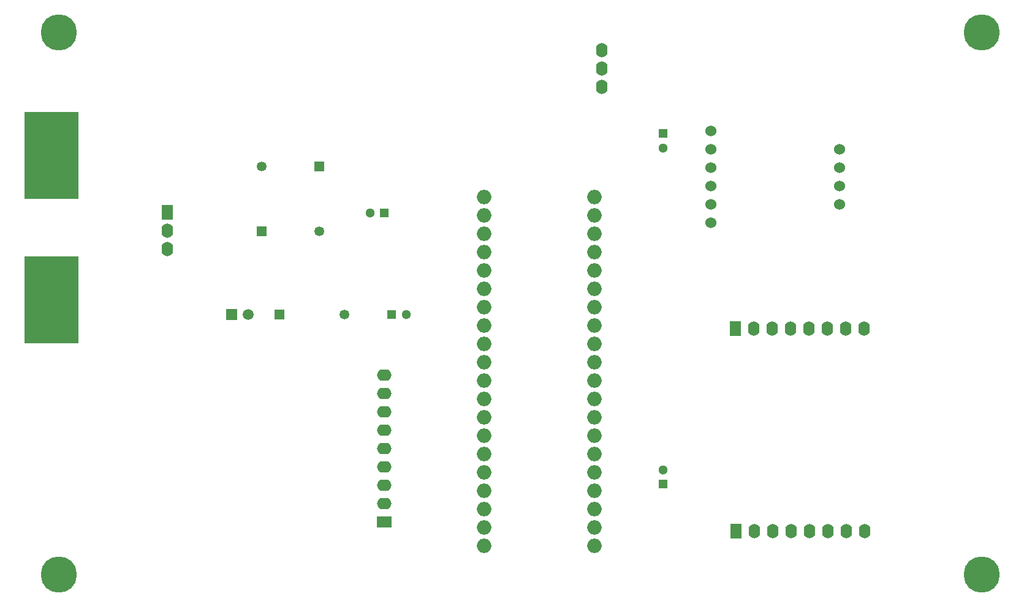
<source format=gbr>
G04*
G04 #@! TF.GenerationSoftware,Altium Limited,Altium Designer,24.1.2 (44)*
G04*
G04 Layer_Physical_Order=2*
G04 Layer_Color=16711680*
%FSLAX44Y44*%
%MOMM*%
G71*
G04*
G04 #@! TF.SameCoordinates,0D7877E6-725A-4D16-A8B8-B6347F423BC3*
G04*
G04*
G04 #@! TF.FilePolarity,Positive*
G04*
G01*
G75*
%ADD33O,2.0000X1.6000*%
%ADD34R,2.0000X1.6000*%
%ADD35C,5.0000*%
%ADD36O,2.0000X2.0000*%
%ADD37R,7.5000X12.0000*%
%ADD38R,1.6000X2.0000*%
%ADD39O,1.6000X2.0000*%
%ADD40C,1.5240*%
%ADD41C,1.3000*%
%ADD42R,1.3000X1.3000*%
%ADD43R,1.5000X1.5000*%
%ADD44C,1.5000*%
%ADD45R,1.3000X1.3000*%
%ADD46C,1.3500*%
%ADD47R,1.3500X1.3500*%
%ADD48R,1.3500X1.3500*%
D33*
X500000Y148400D02*
D03*
Y173800D02*
D03*
Y199200D02*
D03*
Y224600D02*
D03*
Y250000D02*
D03*
Y275400D02*
D03*
Y300800D02*
D03*
Y326200D02*
D03*
D34*
Y123000D02*
D03*
D35*
X1325000Y800000D02*
D03*
X50000Y800000D02*
D03*
X50000Y50000D02*
D03*
X1325000D02*
D03*
D36*
X790000Y496200D02*
D03*
Y521600D02*
D03*
Y572400D02*
D03*
Y470800D02*
D03*
Y547000D02*
D03*
Y445400D02*
D03*
X637854Y191291D02*
D03*
Y89691D02*
D03*
Y165891D02*
D03*
Y140491D02*
D03*
Y115091D02*
D03*
Y216691D02*
D03*
Y242091D02*
D03*
Y292891D02*
D03*
Y318291D02*
D03*
Y343691D02*
D03*
Y267491D02*
D03*
Y369091D02*
D03*
Y419891D02*
D03*
Y572291D02*
D03*
Y546891D02*
D03*
Y521491D02*
D03*
Y496091D02*
D03*
Y394491D02*
D03*
Y470691D02*
D03*
Y445291D02*
D03*
X790000Y191400D02*
D03*
Y89546D02*
D03*
Y166000D02*
D03*
Y140600D02*
D03*
Y115200D02*
D03*
Y216800D02*
D03*
Y343800D02*
D03*
Y420000D02*
D03*
Y394600D02*
D03*
Y369200D02*
D03*
Y318400D02*
D03*
Y293000D02*
D03*
Y267600D02*
D03*
Y242200D02*
D03*
D37*
X40000Y430000D02*
D03*
Y630000D02*
D03*
D38*
X200000Y550800D02*
D03*
X984600Y390000D02*
D03*
X985400Y110000D02*
D03*
D39*
X200000Y500000D02*
D03*
Y525400D02*
D03*
X1137000Y390000D02*
D03*
X1111600D02*
D03*
X1086200D02*
D03*
X1060800D02*
D03*
X1035400D02*
D03*
X1010000D02*
D03*
X1163200Y110000D02*
D03*
X1137800D02*
D03*
X1112400D02*
D03*
X1087000D02*
D03*
X1061600D02*
D03*
X1036200D02*
D03*
X1010800D02*
D03*
X1162400Y390000D02*
D03*
X800000Y725000D02*
D03*
Y750400D02*
D03*
Y775800D02*
D03*
D40*
X951100Y663500D02*
D03*
X1128900Y638100D02*
D03*
Y612700D02*
D03*
Y587300D02*
D03*
Y561900D02*
D03*
X951100Y536500D02*
D03*
Y561900D02*
D03*
Y587300D02*
D03*
Y612700D02*
D03*
Y638100D02*
D03*
D41*
X885000Y640000D02*
D03*
Y195000D02*
D03*
X530000Y410000D02*
D03*
X480000Y550000D02*
D03*
D42*
X885000Y660000D02*
D03*
Y175000D02*
D03*
D43*
X288600Y410000D02*
D03*
D44*
X311400D02*
D03*
D45*
X510000D02*
D03*
X500000Y550000D02*
D03*
D46*
X445000Y410000D02*
D03*
X330000Y615000D02*
D03*
X410000Y525000D02*
D03*
D47*
X355000Y410000D02*
D03*
D48*
X330000Y525000D02*
D03*
X410000Y615000D02*
D03*
M02*

</source>
